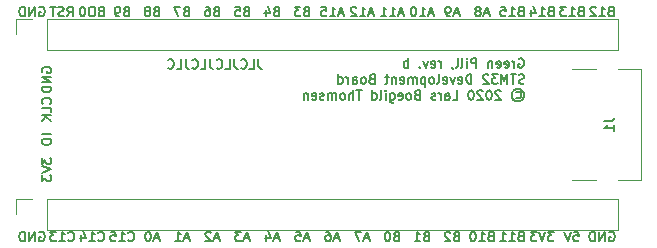
<source format=gbr>
%TF.GenerationSoftware,KiCad,Pcbnew,5.1.6+dfsg1-1*%
%TF.CreationDate,2020-08-25T14:06:05+08:00*%
%TF.ProjectId,gp,67702e6b-6963-4616-945f-706362585858,b*%
%TF.SameCoordinates,Original*%
%TF.FileFunction,Legend,Bot*%
%TF.FilePolarity,Positive*%
%FSLAX46Y46*%
G04 Gerber Fmt 4.6, Leading zero omitted, Abs format (unit mm)*
G04 Created by KiCad (PCBNEW 5.1.6+dfsg1-1) date 2020-08-25 14:06:05*
%MOMM*%
%LPD*%
G01*
G04 APERTURE LIST*
%ADD10C,0.150000*%
%ADD11C,0.120000*%
G04 APERTURE END LIST*
D10*
X154501904Y-104419523D02*
X154501904Y-104914761D01*
X154806666Y-104648095D01*
X154806666Y-104762380D01*
X154844761Y-104838571D01*
X154882857Y-104876666D01*
X154959047Y-104914761D01*
X155149523Y-104914761D01*
X155225714Y-104876666D01*
X155263809Y-104838571D01*
X155301904Y-104762380D01*
X155301904Y-104533809D01*
X155263809Y-104457619D01*
X155225714Y-104419523D01*
X154501904Y-105143333D02*
X155301904Y-105410000D01*
X154501904Y-105676666D01*
X154501904Y-105867142D02*
X154501904Y-106362380D01*
X154806666Y-106095714D01*
X154806666Y-106210000D01*
X154844761Y-106286190D01*
X154882857Y-106324285D01*
X154959047Y-106362380D01*
X155149523Y-106362380D01*
X155225714Y-106324285D01*
X155263809Y-106286190D01*
X155301904Y-106210000D01*
X155301904Y-105981428D01*
X155263809Y-105905238D01*
X155225714Y-105867142D01*
X155301904Y-102450952D02*
X154501904Y-102450952D01*
X154501904Y-102984285D02*
X154501904Y-103136666D01*
X154540000Y-103212857D01*
X154616190Y-103289047D01*
X154768571Y-103327142D01*
X155035238Y-103327142D01*
X155187619Y-103289047D01*
X155263809Y-103212857D01*
X155301904Y-103136666D01*
X155301904Y-102984285D01*
X155263809Y-102908095D01*
X155187619Y-102831904D01*
X155035238Y-102793809D01*
X154768571Y-102793809D01*
X154616190Y-102831904D01*
X154540000Y-102908095D01*
X154501904Y-102984285D01*
X155225714Y-99853809D02*
X155263809Y-99815714D01*
X155301904Y-99701428D01*
X155301904Y-99625238D01*
X155263809Y-99510952D01*
X155187619Y-99434761D01*
X155111428Y-99396666D01*
X154959047Y-99358571D01*
X154844761Y-99358571D01*
X154692380Y-99396666D01*
X154616190Y-99434761D01*
X154540000Y-99510952D01*
X154501904Y-99625238D01*
X154501904Y-99701428D01*
X154540000Y-99815714D01*
X154578095Y-99853809D01*
X155301904Y-100577619D02*
X155301904Y-100196666D01*
X154501904Y-100196666D01*
X155301904Y-100844285D02*
X154501904Y-100844285D01*
X155301904Y-101301428D02*
X154844761Y-100958571D01*
X154501904Y-101301428D02*
X154959047Y-100844285D01*
X154540000Y-97180476D02*
X154501904Y-97104285D01*
X154501904Y-96990000D01*
X154540000Y-96875714D01*
X154616190Y-96799523D01*
X154692380Y-96761428D01*
X154844761Y-96723333D01*
X154959047Y-96723333D01*
X155111428Y-96761428D01*
X155187619Y-96799523D01*
X155263809Y-96875714D01*
X155301904Y-96990000D01*
X155301904Y-97066190D01*
X155263809Y-97180476D01*
X155225714Y-97218571D01*
X154959047Y-97218571D01*
X154959047Y-97066190D01*
X155301904Y-97561428D02*
X154501904Y-97561428D01*
X155301904Y-98018571D01*
X154501904Y-98018571D01*
X155301904Y-98399523D02*
X154501904Y-98399523D01*
X154501904Y-98590000D01*
X154540000Y-98704285D01*
X154616190Y-98780476D01*
X154692380Y-98818571D01*
X154844761Y-98856666D01*
X154959047Y-98856666D01*
X155111428Y-98818571D01*
X155187619Y-98780476D01*
X155263809Y-98704285D01*
X155301904Y-98590000D01*
X155301904Y-98399523D01*
X172838452Y-96081904D02*
X172838452Y-96653333D01*
X172876547Y-96767619D01*
X172952738Y-96843809D01*
X173067023Y-96881904D01*
X173143214Y-96881904D01*
X172076547Y-96881904D02*
X172457500Y-96881904D01*
X172457500Y-96081904D01*
X171352738Y-96805714D02*
X171390833Y-96843809D01*
X171505119Y-96881904D01*
X171581309Y-96881904D01*
X171695595Y-96843809D01*
X171771785Y-96767619D01*
X171809880Y-96691428D01*
X171847976Y-96539047D01*
X171847976Y-96424761D01*
X171809880Y-96272380D01*
X171771785Y-96196190D01*
X171695595Y-96120000D01*
X171581309Y-96081904D01*
X171505119Y-96081904D01*
X171390833Y-96120000D01*
X171352738Y-96158095D01*
X170781309Y-96081904D02*
X170781309Y-96653333D01*
X170819404Y-96767619D01*
X170895595Y-96843809D01*
X171009880Y-96881904D01*
X171086071Y-96881904D01*
X170019404Y-96881904D02*
X170400357Y-96881904D01*
X170400357Y-96081904D01*
X169295595Y-96805714D02*
X169333690Y-96843809D01*
X169447976Y-96881904D01*
X169524166Y-96881904D01*
X169638452Y-96843809D01*
X169714642Y-96767619D01*
X169752738Y-96691428D01*
X169790833Y-96539047D01*
X169790833Y-96424761D01*
X169752738Y-96272380D01*
X169714642Y-96196190D01*
X169638452Y-96120000D01*
X169524166Y-96081904D01*
X169447976Y-96081904D01*
X169333690Y-96120000D01*
X169295595Y-96158095D01*
X168724166Y-96081904D02*
X168724166Y-96653333D01*
X168762261Y-96767619D01*
X168838452Y-96843809D01*
X168952738Y-96881904D01*
X169028928Y-96881904D01*
X167962261Y-96881904D02*
X168343214Y-96881904D01*
X168343214Y-96081904D01*
X167238452Y-96805714D02*
X167276547Y-96843809D01*
X167390833Y-96881904D01*
X167467023Y-96881904D01*
X167581309Y-96843809D01*
X167657500Y-96767619D01*
X167695595Y-96691428D01*
X167733690Y-96539047D01*
X167733690Y-96424761D01*
X167695595Y-96272380D01*
X167657500Y-96196190D01*
X167581309Y-96120000D01*
X167467023Y-96081904D01*
X167390833Y-96081904D01*
X167276547Y-96120000D01*
X167238452Y-96158095D01*
X166667023Y-96081904D02*
X166667023Y-96653333D01*
X166705119Y-96767619D01*
X166781309Y-96843809D01*
X166895595Y-96881904D01*
X166971785Y-96881904D01*
X165905119Y-96881904D02*
X166286071Y-96881904D01*
X166286071Y-96081904D01*
X165181309Y-96805714D02*
X165219404Y-96843809D01*
X165333690Y-96881904D01*
X165409880Y-96881904D01*
X165524166Y-96843809D01*
X165600357Y-96767619D01*
X165638452Y-96691428D01*
X165676547Y-96539047D01*
X165676547Y-96424761D01*
X165638452Y-96272380D01*
X165600357Y-96196190D01*
X165524166Y-96120000D01*
X165409880Y-96081904D01*
X165333690Y-96081904D01*
X165219404Y-96120000D01*
X165181309Y-96158095D01*
X154279523Y-110725000D02*
X154355714Y-110686904D01*
X154470000Y-110686904D01*
X154584285Y-110725000D01*
X154660476Y-110801190D01*
X154698571Y-110877380D01*
X154736666Y-111029761D01*
X154736666Y-111144047D01*
X154698571Y-111296428D01*
X154660476Y-111372619D01*
X154584285Y-111448809D01*
X154470000Y-111486904D01*
X154393809Y-111486904D01*
X154279523Y-111448809D01*
X154241428Y-111410714D01*
X154241428Y-111144047D01*
X154393809Y-111144047D01*
X153898571Y-111486904D02*
X153898571Y-110686904D01*
X153441428Y-111486904D01*
X153441428Y-110686904D01*
X153060476Y-111486904D02*
X153060476Y-110686904D01*
X152870000Y-110686904D01*
X152755714Y-110725000D01*
X152679523Y-110801190D01*
X152641428Y-110877380D01*
X152603333Y-111029761D01*
X152603333Y-111144047D01*
X152641428Y-111296428D01*
X152679523Y-111372619D01*
X152755714Y-111448809D01*
X152870000Y-111486904D01*
X153060476Y-111486904D01*
X156724285Y-111410714D02*
X156762380Y-111448809D01*
X156876666Y-111486904D01*
X156952857Y-111486904D01*
X157067142Y-111448809D01*
X157143333Y-111372619D01*
X157181428Y-111296428D01*
X157219523Y-111144047D01*
X157219523Y-111029761D01*
X157181428Y-110877380D01*
X157143333Y-110801190D01*
X157067142Y-110725000D01*
X156952857Y-110686904D01*
X156876666Y-110686904D01*
X156762380Y-110725000D01*
X156724285Y-110763095D01*
X155962380Y-111486904D02*
X156419523Y-111486904D01*
X156190952Y-111486904D02*
X156190952Y-110686904D01*
X156267142Y-110801190D01*
X156343333Y-110877380D01*
X156419523Y-110915476D01*
X155695714Y-110686904D02*
X155200476Y-110686904D01*
X155467142Y-110991666D01*
X155352857Y-110991666D01*
X155276666Y-111029761D01*
X155238571Y-111067857D01*
X155200476Y-111144047D01*
X155200476Y-111334523D01*
X155238571Y-111410714D01*
X155276666Y-111448809D01*
X155352857Y-111486904D01*
X155581428Y-111486904D01*
X155657619Y-111448809D01*
X155695714Y-111410714D01*
X159264285Y-111410714D02*
X159302380Y-111448809D01*
X159416666Y-111486904D01*
X159492857Y-111486904D01*
X159607142Y-111448809D01*
X159683333Y-111372619D01*
X159721428Y-111296428D01*
X159759523Y-111144047D01*
X159759523Y-111029761D01*
X159721428Y-110877380D01*
X159683333Y-110801190D01*
X159607142Y-110725000D01*
X159492857Y-110686904D01*
X159416666Y-110686904D01*
X159302380Y-110725000D01*
X159264285Y-110763095D01*
X158502380Y-111486904D02*
X158959523Y-111486904D01*
X158730952Y-111486904D02*
X158730952Y-110686904D01*
X158807142Y-110801190D01*
X158883333Y-110877380D01*
X158959523Y-110915476D01*
X157816666Y-110953571D02*
X157816666Y-111486904D01*
X158007142Y-110648809D02*
X158197619Y-111220238D01*
X157702380Y-111220238D01*
X161804285Y-111410714D02*
X161842380Y-111448809D01*
X161956666Y-111486904D01*
X162032857Y-111486904D01*
X162147142Y-111448809D01*
X162223333Y-111372619D01*
X162261428Y-111296428D01*
X162299523Y-111144047D01*
X162299523Y-111029761D01*
X162261428Y-110877380D01*
X162223333Y-110801190D01*
X162147142Y-110725000D01*
X162032857Y-110686904D01*
X161956666Y-110686904D01*
X161842380Y-110725000D01*
X161804285Y-110763095D01*
X161042380Y-111486904D02*
X161499523Y-111486904D01*
X161270952Y-111486904D02*
X161270952Y-110686904D01*
X161347142Y-110801190D01*
X161423333Y-110877380D01*
X161499523Y-110915476D01*
X160318571Y-110686904D02*
X160699523Y-110686904D01*
X160737619Y-111067857D01*
X160699523Y-111029761D01*
X160623333Y-110991666D01*
X160432857Y-110991666D01*
X160356666Y-111029761D01*
X160318571Y-111067857D01*
X160280476Y-111144047D01*
X160280476Y-111334523D01*
X160318571Y-111410714D01*
X160356666Y-111448809D01*
X160432857Y-111486904D01*
X160623333Y-111486904D01*
X160699523Y-111448809D01*
X160737619Y-111410714D01*
X164401428Y-111258333D02*
X164020476Y-111258333D01*
X164477619Y-111486904D02*
X164210952Y-110686904D01*
X163944285Y-111486904D01*
X163525238Y-110686904D02*
X163449047Y-110686904D01*
X163372857Y-110725000D01*
X163334761Y-110763095D01*
X163296666Y-110839285D01*
X163258571Y-110991666D01*
X163258571Y-111182142D01*
X163296666Y-111334523D01*
X163334761Y-111410714D01*
X163372857Y-111448809D01*
X163449047Y-111486904D01*
X163525238Y-111486904D01*
X163601428Y-111448809D01*
X163639523Y-111410714D01*
X163677619Y-111334523D01*
X163715714Y-111182142D01*
X163715714Y-110991666D01*
X163677619Y-110839285D01*
X163639523Y-110763095D01*
X163601428Y-110725000D01*
X163525238Y-110686904D01*
X166941428Y-111258333D02*
X166560476Y-111258333D01*
X167017619Y-111486904D02*
X166750952Y-110686904D01*
X166484285Y-111486904D01*
X165798571Y-111486904D02*
X166255714Y-111486904D01*
X166027142Y-111486904D02*
X166027142Y-110686904D01*
X166103333Y-110801190D01*
X166179523Y-110877380D01*
X166255714Y-110915476D01*
X169481428Y-111258333D02*
X169100476Y-111258333D01*
X169557619Y-111486904D02*
X169290952Y-110686904D01*
X169024285Y-111486904D01*
X168795714Y-110763095D02*
X168757619Y-110725000D01*
X168681428Y-110686904D01*
X168490952Y-110686904D01*
X168414761Y-110725000D01*
X168376666Y-110763095D01*
X168338571Y-110839285D01*
X168338571Y-110915476D01*
X168376666Y-111029761D01*
X168833809Y-111486904D01*
X168338571Y-111486904D01*
X172021428Y-111258333D02*
X171640476Y-111258333D01*
X172097619Y-111486904D02*
X171830952Y-110686904D01*
X171564285Y-111486904D01*
X171373809Y-110686904D02*
X170878571Y-110686904D01*
X171145238Y-110991666D01*
X171030952Y-110991666D01*
X170954761Y-111029761D01*
X170916666Y-111067857D01*
X170878571Y-111144047D01*
X170878571Y-111334523D01*
X170916666Y-111410714D01*
X170954761Y-111448809D01*
X171030952Y-111486904D01*
X171259523Y-111486904D01*
X171335714Y-111448809D01*
X171373809Y-111410714D01*
X174561428Y-111258333D02*
X174180476Y-111258333D01*
X174637619Y-111486904D02*
X174370952Y-110686904D01*
X174104285Y-111486904D01*
X173494761Y-110953571D02*
X173494761Y-111486904D01*
X173685238Y-110648809D02*
X173875714Y-111220238D01*
X173380476Y-111220238D01*
X177101428Y-111258333D02*
X176720476Y-111258333D01*
X177177619Y-111486904D02*
X176910952Y-110686904D01*
X176644285Y-111486904D01*
X175996666Y-110686904D02*
X176377619Y-110686904D01*
X176415714Y-111067857D01*
X176377619Y-111029761D01*
X176301428Y-110991666D01*
X176110952Y-110991666D01*
X176034761Y-111029761D01*
X175996666Y-111067857D01*
X175958571Y-111144047D01*
X175958571Y-111334523D01*
X175996666Y-111410714D01*
X176034761Y-111448809D01*
X176110952Y-111486904D01*
X176301428Y-111486904D01*
X176377619Y-111448809D01*
X176415714Y-111410714D01*
X179641428Y-111258333D02*
X179260476Y-111258333D01*
X179717619Y-111486904D02*
X179450952Y-110686904D01*
X179184285Y-111486904D01*
X178574761Y-110686904D02*
X178727142Y-110686904D01*
X178803333Y-110725000D01*
X178841428Y-110763095D01*
X178917619Y-110877380D01*
X178955714Y-111029761D01*
X178955714Y-111334523D01*
X178917619Y-111410714D01*
X178879523Y-111448809D01*
X178803333Y-111486904D01*
X178650952Y-111486904D01*
X178574761Y-111448809D01*
X178536666Y-111410714D01*
X178498571Y-111334523D01*
X178498571Y-111144047D01*
X178536666Y-111067857D01*
X178574761Y-111029761D01*
X178650952Y-110991666D01*
X178803333Y-110991666D01*
X178879523Y-111029761D01*
X178917619Y-111067857D01*
X178955714Y-111144047D01*
X182181428Y-111258333D02*
X181800476Y-111258333D01*
X182257619Y-111486904D02*
X181990952Y-110686904D01*
X181724285Y-111486904D01*
X181533809Y-110686904D02*
X181000476Y-110686904D01*
X181343333Y-111486904D01*
X184473809Y-111067857D02*
X184359523Y-111105952D01*
X184321428Y-111144047D01*
X184283333Y-111220238D01*
X184283333Y-111334523D01*
X184321428Y-111410714D01*
X184359523Y-111448809D01*
X184435714Y-111486904D01*
X184740476Y-111486904D01*
X184740476Y-110686904D01*
X184473809Y-110686904D01*
X184397619Y-110725000D01*
X184359523Y-110763095D01*
X184321428Y-110839285D01*
X184321428Y-110915476D01*
X184359523Y-110991666D01*
X184397619Y-111029761D01*
X184473809Y-111067857D01*
X184740476Y-111067857D01*
X183788095Y-110686904D02*
X183711904Y-110686904D01*
X183635714Y-110725000D01*
X183597619Y-110763095D01*
X183559523Y-110839285D01*
X183521428Y-110991666D01*
X183521428Y-111182142D01*
X183559523Y-111334523D01*
X183597619Y-111410714D01*
X183635714Y-111448809D01*
X183711904Y-111486904D01*
X183788095Y-111486904D01*
X183864285Y-111448809D01*
X183902380Y-111410714D01*
X183940476Y-111334523D01*
X183978571Y-111182142D01*
X183978571Y-110991666D01*
X183940476Y-110839285D01*
X183902380Y-110763095D01*
X183864285Y-110725000D01*
X183788095Y-110686904D01*
X187013809Y-111067857D02*
X186899523Y-111105952D01*
X186861428Y-111144047D01*
X186823333Y-111220238D01*
X186823333Y-111334523D01*
X186861428Y-111410714D01*
X186899523Y-111448809D01*
X186975714Y-111486904D01*
X187280476Y-111486904D01*
X187280476Y-110686904D01*
X187013809Y-110686904D01*
X186937619Y-110725000D01*
X186899523Y-110763095D01*
X186861428Y-110839285D01*
X186861428Y-110915476D01*
X186899523Y-110991666D01*
X186937619Y-111029761D01*
X187013809Y-111067857D01*
X187280476Y-111067857D01*
X186061428Y-111486904D02*
X186518571Y-111486904D01*
X186290000Y-111486904D02*
X186290000Y-110686904D01*
X186366190Y-110801190D01*
X186442380Y-110877380D01*
X186518571Y-110915476D01*
X189553809Y-111067857D02*
X189439523Y-111105952D01*
X189401428Y-111144047D01*
X189363333Y-111220238D01*
X189363333Y-111334523D01*
X189401428Y-111410714D01*
X189439523Y-111448809D01*
X189515714Y-111486904D01*
X189820476Y-111486904D01*
X189820476Y-110686904D01*
X189553809Y-110686904D01*
X189477619Y-110725000D01*
X189439523Y-110763095D01*
X189401428Y-110839285D01*
X189401428Y-110915476D01*
X189439523Y-110991666D01*
X189477619Y-111029761D01*
X189553809Y-111067857D01*
X189820476Y-111067857D01*
X189058571Y-110763095D02*
X189020476Y-110725000D01*
X188944285Y-110686904D01*
X188753809Y-110686904D01*
X188677619Y-110725000D01*
X188639523Y-110763095D01*
X188601428Y-110839285D01*
X188601428Y-110915476D01*
X188639523Y-111029761D01*
X189096666Y-111486904D01*
X188601428Y-111486904D01*
X192474761Y-111067857D02*
X192360476Y-111105952D01*
X192322380Y-111144047D01*
X192284285Y-111220238D01*
X192284285Y-111334523D01*
X192322380Y-111410714D01*
X192360476Y-111448809D01*
X192436666Y-111486904D01*
X192741428Y-111486904D01*
X192741428Y-110686904D01*
X192474761Y-110686904D01*
X192398571Y-110725000D01*
X192360476Y-110763095D01*
X192322380Y-110839285D01*
X192322380Y-110915476D01*
X192360476Y-110991666D01*
X192398571Y-111029761D01*
X192474761Y-111067857D01*
X192741428Y-111067857D01*
X191522380Y-111486904D02*
X191979523Y-111486904D01*
X191750952Y-111486904D02*
X191750952Y-110686904D01*
X191827142Y-110801190D01*
X191903333Y-110877380D01*
X191979523Y-110915476D01*
X191027142Y-110686904D02*
X190950952Y-110686904D01*
X190874761Y-110725000D01*
X190836666Y-110763095D01*
X190798571Y-110839285D01*
X190760476Y-110991666D01*
X190760476Y-111182142D01*
X190798571Y-111334523D01*
X190836666Y-111410714D01*
X190874761Y-111448809D01*
X190950952Y-111486904D01*
X191027142Y-111486904D01*
X191103333Y-111448809D01*
X191141428Y-111410714D01*
X191179523Y-111334523D01*
X191217619Y-111182142D01*
X191217619Y-110991666D01*
X191179523Y-110839285D01*
X191141428Y-110763095D01*
X191103333Y-110725000D01*
X191027142Y-110686904D01*
X195014761Y-111067857D02*
X194900476Y-111105952D01*
X194862380Y-111144047D01*
X194824285Y-111220238D01*
X194824285Y-111334523D01*
X194862380Y-111410714D01*
X194900476Y-111448809D01*
X194976666Y-111486904D01*
X195281428Y-111486904D01*
X195281428Y-110686904D01*
X195014761Y-110686904D01*
X194938571Y-110725000D01*
X194900476Y-110763095D01*
X194862380Y-110839285D01*
X194862380Y-110915476D01*
X194900476Y-110991666D01*
X194938571Y-111029761D01*
X195014761Y-111067857D01*
X195281428Y-111067857D01*
X194062380Y-111486904D02*
X194519523Y-111486904D01*
X194290952Y-111486904D02*
X194290952Y-110686904D01*
X194367142Y-110801190D01*
X194443333Y-110877380D01*
X194519523Y-110915476D01*
X193300476Y-111486904D02*
X193757619Y-111486904D01*
X193529047Y-111486904D02*
X193529047Y-110686904D01*
X193605238Y-110801190D01*
X193681428Y-110877380D01*
X193757619Y-110915476D01*
X197840476Y-110686904D02*
X197345238Y-110686904D01*
X197611904Y-110991666D01*
X197497619Y-110991666D01*
X197421428Y-111029761D01*
X197383333Y-111067857D01*
X197345238Y-111144047D01*
X197345238Y-111334523D01*
X197383333Y-111410714D01*
X197421428Y-111448809D01*
X197497619Y-111486904D01*
X197726190Y-111486904D01*
X197802380Y-111448809D01*
X197840476Y-111410714D01*
X197116666Y-110686904D02*
X196850000Y-111486904D01*
X196583333Y-110686904D01*
X196392857Y-110686904D02*
X195897619Y-110686904D01*
X196164285Y-110991666D01*
X196050000Y-110991666D01*
X195973809Y-111029761D01*
X195935714Y-111067857D01*
X195897619Y-111144047D01*
X195897619Y-111334523D01*
X195935714Y-111410714D01*
X195973809Y-111448809D01*
X196050000Y-111486904D01*
X196278571Y-111486904D01*
X196354761Y-111448809D01*
X196392857Y-111410714D01*
X199542380Y-110686904D02*
X199923333Y-110686904D01*
X199961428Y-111067857D01*
X199923333Y-111029761D01*
X199847142Y-110991666D01*
X199656666Y-110991666D01*
X199580476Y-111029761D01*
X199542380Y-111067857D01*
X199504285Y-111144047D01*
X199504285Y-111334523D01*
X199542380Y-111410714D01*
X199580476Y-111448809D01*
X199656666Y-111486904D01*
X199847142Y-111486904D01*
X199923333Y-111448809D01*
X199961428Y-111410714D01*
X199275714Y-110686904D02*
X199009047Y-111486904D01*
X198742380Y-110686904D01*
X202539523Y-110725000D02*
X202615714Y-110686904D01*
X202730000Y-110686904D01*
X202844285Y-110725000D01*
X202920476Y-110801190D01*
X202958571Y-110877380D01*
X202996666Y-111029761D01*
X202996666Y-111144047D01*
X202958571Y-111296428D01*
X202920476Y-111372619D01*
X202844285Y-111448809D01*
X202730000Y-111486904D01*
X202653809Y-111486904D01*
X202539523Y-111448809D01*
X202501428Y-111410714D01*
X202501428Y-111144047D01*
X202653809Y-111144047D01*
X202158571Y-111486904D02*
X202158571Y-110686904D01*
X201701428Y-111486904D01*
X201701428Y-110686904D01*
X201320476Y-111486904D02*
X201320476Y-110686904D01*
X201130000Y-110686904D01*
X201015714Y-110725000D01*
X200939523Y-110801190D01*
X200901428Y-110877380D01*
X200863333Y-111029761D01*
X200863333Y-111144047D01*
X200901428Y-111296428D01*
X200939523Y-111372619D01*
X201015714Y-111448809D01*
X201130000Y-111486904D01*
X201320476Y-111486904D01*
X154279523Y-91675000D02*
X154355714Y-91636904D01*
X154470000Y-91636904D01*
X154584285Y-91675000D01*
X154660476Y-91751190D01*
X154698571Y-91827380D01*
X154736666Y-91979761D01*
X154736666Y-92094047D01*
X154698571Y-92246428D01*
X154660476Y-92322619D01*
X154584285Y-92398809D01*
X154470000Y-92436904D01*
X154393809Y-92436904D01*
X154279523Y-92398809D01*
X154241428Y-92360714D01*
X154241428Y-92094047D01*
X154393809Y-92094047D01*
X153898571Y-92436904D02*
X153898571Y-91636904D01*
X153441428Y-92436904D01*
X153441428Y-91636904D01*
X153060476Y-92436904D02*
X153060476Y-91636904D01*
X152870000Y-91636904D01*
X152755714Y-91675000D01*
X152679523Y-91751190D01*
X152641428Y-91827380D01*
X152603333Y-91979761D01*
X152603333Y-92094047D01*
X152641428Y-92246428D01*
X152679523Y-92322619D01*
X152755714Y-92398809D01*
X152870000Y-92436904D01*
X153060476Y-92436904D01*
X156648095Y-92436904D02*
X156914761Y-92055952D01*
X157105238Y-92436904D02*
X157105238Y-91636904D01*
X156800476Y-91636904D01*
X156724285Y-91675000D01*
X156686190Y-91713095D01*
X156648095Y-91789285D01*
X156648095Y-91903571D01*
X156686190Y-91979761D01*
X156724285Y-92017857D01*
X156800476Y-92055952D01*
X157105238Y-92055952D01*
X156343333Y-92398809D02*
X156229047Y-92436904D01*
X156038571Y-92436904D01*
X155962380Y-92398809D01*
X155924285Y-92360714D01*
X155886190Y-92284523D01*
X155886190Y-92208333D01*
X155924285Y-92132142D01*
X155962380Y-92094047D01*
X156038571Y-92055952D01*
X156190952Y-92017857D01*
X156267142Y-91979761D01*
X156305238Y-91941666D01*
X156343333Y-91865476D01*
X156343333Y-91789285D01*
X156305238Y-91713095D01*
X156267142Y-91675000D01*
X156190952Y-91636904D01*
X156000476Y-91636904D01*
X155886190Y-91675000D01*
X155657619Y-91636904D02*
X155200476Y-91636904D01*
X155429047Y-92436904D02*
X155429047Y-91636904D01*
X159492857Y-92017857D02*
X159378571Y-92055952D01*
X159340476Y-92094047D01*
X159302380Y-92170238D01*
X159302380Y-92284523D01*
X159340476Y-92360714D01*
X159378571Y-92398809D01*
X159454761Y-92436904D01*
X159759523Y-92436904D01*
X159759523Y-91636904D01*
X159492857Y-91636904D01*
X159416666Y-91675000D01*
X159378571Y-91713095D01*
X159340476Y-91789285D01*
X159340476Y-91865476D01*
X159378571Y-91941666D01*
X159416666Y-91979761D01*
X159492857Y-92017857D01*
X159759523Y-92017857D01*
X158807142Y-91636904D02*
X158654761Y-91636904D01*
X158578571Y-91675000D01*
X158502380Y-91751190D01*
X158464285Y-91903571D01*
X158464285Y-92170238D01*
X158502380Y-92322619D01*
X158578571Y-92398809D01*
X158654761Y-92436904D01*
X158807142Y-92436904D01*
X158883333Y-92398809D01*
X158959523Y-92322619D01*
X158997619Y-92170238D01*
X158997619Y-91903571D01*
X158959523Y-91751190D01*
X158883333Y-91675000D01*
X158807142Y-91636904D01*
X157969047Y-91636904D02*
X157892857Y-91636904D01*
X157816666Y-91675000D01*
X157778571Y-91713095D01*
X157740476Y-91789285D01*
X157702380Y-91941666D01*
X157702380Y-92132142D01*
X157740476Y-92284523D01*
X157778571Y-92360714D01*
X157816666Y-92398809D01*
X157892857Y-92436904D01*
X157969047Y-92436904D01*
X158045238Y-92398809D01*
X158083333Y-92360714D01*
X158121428Y-92284523D01*
X158159523Y-92132142D01*
X158159523Y-91941666D01*
X158121428Y-91789285D01*
X158083333Y-91713095D01*
X158045238Y-91675000D01*
X157969047Y-91636904D01*
X161613809Y-92017857D02*
X161499523Y-92055952D01*
X161461428Y-92094047D01*
X161423333Y-92170238D01*
X161423333Y-92284523D01*
X161461428Y-92360714D01*
X161499523Y-92398809D01*
X161575714Y-92436904D01*
X161880476Y-92436904D01*
X161880476Y-91636904D01*
X161613809Y-91636904D01*
X161537619Y-91675000D01*
X161499523Y-91713095D01*
X161461428Y-91789285D01*
X161461428Y-91865476D01*
X161499523Y-91941666D01*
X161537619Y-91979761D01*
X161613809Y-92017857D01*
X161880476Y-92017857D01*
X161042380Y-92436904D02*
X160890000Y-92436904D01*
X160813809Y-92398809D01*
X160775714Y-92360714D01*
X160699523Y-92246428D01*
X160661428Y-92094047D01*
X160661428Y-91789285D01*
X160699523Y-91713095D01*
X160737619Y-91675000D01*
X160813809Y-91636904D01*
X160966190Y-91636904D01*
X161042380Y-91675000D01*
X161080476Y-91713095D01*
X161118571Y-91789285D01*
X161118571Y-91979761D01*
X161080476Y-92055952D01*
X161042380Y-92094047D01*
X160966190Y-92132142D01*
X160813809Y-92132142D01*
X160737619Y-92094047D01*
X160699523Y-92055952D01*
X160661428Y-91979761D01*
X164153809Y-92017857D02*
X164039523Y-92055952D01*
X164001428Y-92094047D01*
X163963333Y-92170238D01*
X163963333Y-92284523D01*
X164001428Y-92360714D01*
X164039523Y-92398809D01*
X164115714Y-92436904D01*
X164420476Y-92436904D01*
X164420476Y-91636904D01*
X164153809Y-91636904D01*
X164077619Y-91675000D01*
X164039523Y-91713095D01*
X164001428Y-91789285D01*
X164001428Y-91865476D01*
X164039523Y-91941666D01*
X164077619Y-91979761D01*
X164153809Y-92017857D01*
X164420476Y-92017857D01*
X163506190Y-91979761D02*
X163582380Y-91941666D01*
X163620476Y-91903571D01*
X163658571Y-91827380D01*
X163658571Y-91789285D01*
X163620476Y-91713095D01*
X163582380Y-91675000D01*
X163506190Y-91636904D01*
X163353809Y-91636904D01*
X163277619Y-91675000D01*
X163239523Y-91713095D01*
X163201428Y-91789285D01*
X163201428Y-91827380D01*
X163239523Y-91903571D01*
X163277619Y-91941666D01*
X163353809Y-91979761D01*
X163506190Y-91979761D01*
X163582380Y-92017857D01*
X163620476Y-92055952D01*
X163658571Y-92132142D01*
X163658571Y-92284523D01*
X163620476Y-92360714D01*
X163582380Y-92398809D01*
X163506190Y-92436904D01*
X163353809Y-92436904D01*
X163277619Y-92398809D01*
X163239523Y-92360714D01*
X163201428Y-92284523D01*
X163201428Y-92132142D01*
X163239523Y-92055952D01*
X163277619Y-92017857D01*
X163353809Y-91979761D01*
X166693809Y-92017857D02*
X166579523Y-92055952D01*
X166541428Y-92094047D01*
X166503333Y-92170238D01*
X166503333Y-92284523D01*
X166541428Y-92360714D01*
X166579523Y-92398809D01*
X166655714Y-92436904D01*
X166960476Y-92436904D01*
X166960476Y-91636904D01*
X166693809Y-91636904D01*
X166617619Y-91675000D01*
X166579523Y-91713095D01*
X166541428Y-91789285D01*
X166541428Y-91865476D01*
X166579523Y-91941666D01*
X166617619Y-91979761D01*
X166693809Y-92017857D01*
X166960476Y-92017857D01*
X166236666Y-91636904D02*
X165703333Y-91636904D01*
X166046190Y-92436904D01*
X169233809Y-92017857D02*
X169119523Y-92055952D01*
X169081428Y-92094047D01*
X169043333Y-92170238D01*
X169043333Y-92284523D01*
X169081428Y-92360714D01*
X169119523Y-92398809D01*
X169195714Y-92436904D01*
X169500476Y-92436904D01*
X169500476Y-91636904D01*
X169233809Y-91636904D01*
X169157619Y-91675000D01*
X169119523Y-91713095D01*
X169081428Y-91789285D01*
X169081428Y-91865476D01*
X169119523Y-91941666D01*
X169157619Y-91979761D01*
X169233809Y-92017857D01*
X169500476Y-92017857D01*
X168357619Y-91636904D02*
X168510000Y-91636904D01*
X168586190Y-91675000D01*
X168624285Y-91713095D01*
X168700476Y-91827380D01*
X168738571Y-91979761D01*
X168738571Y-92284523D01*
X168700476Y-92360714D01*
X168662380Y-92398809D01*
X168586190Y-92436904D01*
X168433809Y-92436904D01*
X168357619Y-92398809D01*
X168319523Y-92360714D01*
X168281428Y-92284523D01*
X168281428Y-92094047D01*
X168319523Y-92017857D01*
X168357619Y-91979761D01*
X168433809Y-91941666D01*
X168586190Y-91941666D01*
X168662380Y-91979761D01*
X168700476Y-92017857D01*
X168738571Y-92094047D01*
X171773809Y-92017857D02*
X171659523Y-92055952D01*
X171621428Y-92094047D01*
X171583333Y-92170238D01*
X171583333Y-92284523D01*
X171621428Y-92360714D01*
X171659523Y-92398809D01*
X171735714Y-92436904D01*
X172040476Y-92436904D01*
X172040476Y-91636904D01*
X171773809Y-91636904D01*
X171697619Y-91675000D01*
X171659523Y-91713095D01*
X171621428Y-91789285D01*
X171621428Y-91865476D01*
X171659523Y-91941666D01*
X171697619Y-91979761D01*
X171773809Y-92017857D01*
X172040476Y-92017857D01*
X170859523Y-91636904D02*
X171240476Y-91636904D01*
X171278571Y-92017857D01*
X171240476Y-91979761D01*
X171164285Y-91941666D01*
X170973809Y-91941666D01*
X170897619Y-91979761D01*
X170859523Y-92017857D01*
X170821428Y-92094047D01*
X170821428Y-92284523D01*
X170859523Y-92360714D01*
X170897619Y-92398809D01*
X170973809Y-92436904D01*
X171164285Y-92436904D01*
X171240476Y-92398809D01*
X171278571Y-92360714D01*
X174313809Y-92017857D02*
X174199523Y-92055952D01*
X174161428Y-92094047D01*
X174123333Y-92170238D01*
X174123333Y-92284523D01*
X174161428Y-92360714D01*
X174199523Y-92398809D01*
X174275714Y-92436904D01*
X174580476Y-92436904D01*
X174580476Y-91636904D01*
X174313809Y-91636904D01*
X174237619Y-91675000D01*
X174199523Y-91713095D01*
X174161428Y-91789285D01*
X174161428Y-91865476D01*
X174199523Y-91941666D01*
X174237619Y-91979761D01*
X174313809Y-92017857D01*
X174580476Y-92017857D01*
X173437619Y-91903571D02*
X173437619Y-92436904D01*
X173628095Y-91598809D02*
X173818571Y-92170238D01*
X173323333Y-92170238D01*
X176853809Y-92017857D02*
X176739523Y-92055952D01*
X176701428Y-92094047D01*
X176663333Y-92170238D01*
X176663333Y-92284523D01*
X176701428Y-92360714D01*
X176739523Y-92398809D01*
X176815714Y-92436904D01*
X177120476Y-92436904D01*
X177120476Y-91636904D01*
X176853809Y-91636904D01*
X176777619Y-91675000D01*
X176739523Y-91713095D01*
X176701428Y-91789285D01*
X176701428Y-91865476D01*
X176739523Y-91941666D01*
X176777619Y-91979761D01*
X176853809Y-92017857D01*
X177120476Y-92017857D01*
X176396666Y-91636904D02*
X175901428Y-91636904D01*
X176168095Y-91941666D01*
X176053809Y-91941666D01*
X175977619Y-91979761D01*
X175939523Y-92017857D01*
X175901428Y-92094047D01*
X175901428Y-92284523D01*
X175939523Y-92360714D01*
X175977619Y-92398809D01*
X176053809Y-92436904D01*
X176282380Y-92436904D01*
X176358571Y-92398809D01*
X176396666Y-92360714D01*
X180022380Y-92208333D02*
X179641428Y-92208333D01*
X180098571Y-92436904D02*
X179831904Y-91636904D01*
X179565238Y-92436904D01*
X178879523Y-92436904D02*
X179336666Y-92436904D01*
X179108095Y-92436904D02*
X179108095Y-91636904D01*
X179184285Y-91751190D01*
X179260476Y-91827380D01*
X179336666Y-91865476D01*
X178155714Y-91636904D02*
X178536666Y-91636904D01*
X178574761Y-92017857D01*
X178536666Y-91979761D01*
X178460476Y-91941666D01*
X178270000Y-91941666D01*
X178193809Y-91979761D01*
X178155714Y-92017857D01*
X178117619Y-92094047D01*
X178117619Y-92284523D01*
X178155714Y-92360714D01*
X178193809Y-92398809D01*
X178270000Y-92436904D01*
X178460476Y-92436904D01*
X178536666Y-92398809D01*
X178574761Y-92360714D01*
X182562380Y-92208333D02*
X182181428Y-92208333D01*
X182638571Y-92436904D02*
X182371904Y-91636904D01*
X182105238Y-92436904D01*
X181419523Y-92436904D02*
X181876666Y-92436904D01*
X181648095Y-92436904D02*
X181648095Y-91636904D01*
X181724285Y-91751190D01*
X181800476Y-91827380D01*
X181876666Y-91865476D01*
X181114761Y-91713095D02*
X181076666Y-91675000D01*
X181000476Y-91636904D01*
X180810000Y-91636904D01*
X180733809Y-91675000D01*
X180695714Y-91713095D01*
X180657619Y-91789285D01*
X180657619Y-91865476D01*
X180695714Y-91979761D01*
X181152857Y-92436904D01*
X180657619Y-92436904D01*
X185102380Y-92208333D02*
X184721428Y-92208333D01*
X185178571Y-92436904D02*
X184911904Y-91636904D01*
X184645238Y-92436904D01*
X183959523Y-92436904D02*
X184416666Y-92436904D01*
X184188095Y-92436904D02*
X184188095Y-91636904D01*
X184264285Y-91751190D01*
X184340476Y-91827380D01*
X184416666Y-91865476D01*
X183197619Y-92436904D02*
X183654761Y-92436904D01*
X183426190Y-92436904D02*
X183426190Y-91636904D01*
X183502380Y-91751190D01*
X183578571Y-91827380D01*
X183654761Y-91865476D01*
X187642380Y-92208333D02*
X187261428Y-92208333D01*
X187718571Y-92436904D02*
X187451904Y-91636904D01*
X187185238Y-92436904D01*
X186499523Y-92436904D02*
X186956666Y-92436904D01*
X186728095Y-92436904D02*
X186728095Y-91636904D01*
X186804285Y-91751190D01*
X186880476Y-91827380D01*
X186956666Y-91865476D01*
X186004285Y-91636904D02*
X185928095Y-91636904D01*
X185851904Y-91675000D01*
X185813809Y-91713095D01*
X185775714Y-91789285D01*
X185737619Y-91941666D01*
X185737619Y-92132142D01*
X185775714Y-92284523D01*
X185813809Y-92360714D01*
X185851904Y-92398809D01*
X185928095Y-92436904D01*
X186004285Y-92436904D01*
X186080476Y-92398809D01*
X186118571Y-92360714D01*
X186156666Y-92284523D01*
X186194761Y-92132142D01*
X186194761Y-91941666D01*
X186156666Y-91789285D01*
X186118571Y-91713095D01*
X186080476Y-91675000D01*
X186004285Y-91636904D01*
X189801428Y-92208333D02*
X189420476Y-92208333D01*
X189877619Y-92436904D02*
X189610952Y-91636904D01*
X189344285Y-92436904D01*
X189039523Y-92436904D02*
X188887142Y-92436904D01*
X188810952Y-92398809D01*
X188772857Y-92360714D01*
X188696666Y-92246428D01*
X188658571Y-92094047D01*
X188658571Y-91789285D01*
X188696666Y-91713095D01*
X188734761Y-91675000D01*
X188810952Y-91636904D01*
X188963333Y-91636904D01*
X189039523Y-91675000D01*
X189077619Y-91713095D01*
X189115714Y-91789285D01*
X189115714Y-91979761D01*
X189077619Y-92055952D01*
X189039523Y-92094047D01*
X188963333Y-92132142D01*
X188810952Y-92132142D01*
X188734761Y-92094047D01*
X188696666Y-92055952D01*
X188658571Y-91979761D01*
X192341428Y-92208333D02*
X191960476Y-92208333D01*
X192417619Y-92436904D02*
X192150952Y-91636904D01*
X191884285Y-92436904D01*
X191503333Y-91979761D02*
X191579523Y-91941666D01*
X191617619Y-91903571D01*
X191655714Y-91827380D01*
X191655714Y-91789285D01*
X191617619Y-91713095D01*
X191579523Y-91675000D01*
X191503333Y-91636904D01*
X191350952Y-91636904D01*
X191274761Y-91675000D01*
X191236666Y-91713095D01*
X191198571Y-91789285D01*
X191198571Y-91827380D01*
X191236666Y-91903571D01*
X191274761Y-91941666D01*
X191350952Y-91979761D01*
X191503333Y-91979761D01*
X191579523Y-92017857D01*
X191617619Y-92055952D01*
X191655714Y-92132142D01*
X191655714Y-92284523D01*
X191617619Y-92360714D01*
X191579523Y-92398809D01*
X191503333Y-92436904D01*
X191350952Y-92436904D01*
X191274761Y-92398809D01*
X191236666Y-92360714D01*
X191198571Y-92284523D01*
X191198571Y-92132142D01*
X191236666Y-92055952D01*
X191274761Y-92017857D01*
X191350952Y-91979761D01*
X195014761Y-92017857D02*
X194900476Y-92055952D01*
X194862380Y-92094047D01*
X194824285Y-92170238D01*
X194824285Y-92284523D01*
X194862380Y-92360714D01*
X194900476Y-92398809D01*
X194976666Y-92436904D01*
X195281428Y-92436904D01*
X195281428Y-91636904D01*
X195014761Y-91636904D01*
X194938571Y-91675000D01*
X194900476Y-91713095D01*
X194862380Y-91789285D01*
X194862380Y-91865476D01*
X194900476Y-91941666D01*
X194938571Y-91979761D01*
X195014761Y-92017857D01*
X195281428Y-92017857D01*
X194062380Y-92436904D02*
X194519523Y-92436904D01*
X194290952Y-92436904D02*
X194290952Y-91636904D01*
X194367142Y-91751190D01*
X194443333Y-91827380D01*
X194519523Y-91865476D01*
X193338571Y-91636904D02*
X193719523Y-91636904D01*
X193757619Y-92017857D01*
X193719523Y-91979761D01*
X193643333Y-91941666D01*
X193452857Y-91941666D01*
X193376666Y-91979761D01*
X193338571Y-92017857D01*
X193300476Y-92094047D01*
X193300476Y-92284523D01*
X193338571Y-92360714D01*
X193376666Y-92398809D01*
X193452857Y-92436904D01*
X193643333Y-92436904D01*
X193719523Y-92398809D01*
X193757619Y-92360714D01*
X197554761Y-92017857D02*
X197440476Y-92055952D01*
X197402380Y-92094047D01*
X197364285Y-92170238D01*
X197364285Y-92284523D01*
X197402380Y-92360714D01*
X197440476Y-92398809D01*
X197516666Y-92436904D01*
X197821428Y-92436904D01*
X197821428Y-91636904D01*
X197554761Y-91636904D01*
X197478571Y-91675000D01*
X197440476Y-91713095D01*
X197402380Y-91789285D01*
X197402380Y-91865476D01*
X197440476Y-91941666D01*
X197478571Y-91979761D01*
X197554761Y-92017857D01*
X197821428Y-92017857D01*
X196602380Y-92436904D02*
X197059523Y-92436904D01*
X196830952Y-92436904D02*
X196830952Y-91636904D01*
X196907142Y-91751190D01*
X196983333Y-91827380D01*
X197059523Y-91865476D01*
X195916666Y-91903571D02*
X195916666Y-92436904D01*
X196107142Y-91598809D02*
X196297619Y-92170238D01*
X195802380Y-92170238D01*
X200094761Y-92017857D02*
X199980476Y-92055952D01*
X199942380Y-92094047D01*
X199904285Y-92170238D01*
X199904285Y-92284523D01*
X199942380Y-92360714D01*
X199980476Y-92398809D01*
X200056666Y-92436904D01*
X200361428Y-92436904D01*
X200361428Y-91636904D01*
X200094761Y-91636904D01*
X200018571Y-91675000D01*
X199980476Y-91713095D01*
X199942380Y-91789285D01*
X199942380Y-91865476D01*
X199980476Y-91941666D01*
X200018571Y-91979761D01*
X200094761Y-92017857D01*
X200361428Y-92017857D01*
X199142380Y-92436904D02*
X199599523Y-92436904D01*
X199370952Y-92436904D02*
X199370952Y-91636904D01*
X199447142Y-91751190D01*
X199523333Y-91827380D01*
X199599523Y-91865476D01*
X198875714Y-91636904D02*
X198380476Y-91636904D01*
X198647142Y-91941666D01*
X198532857Y-91941666D01*
X198456666Y-91979761D01*
X198418571Y-92017857D01*
X198380476Y-92094047D01*
X198380476Y-92284523D01*
X198418571Y-92360714D01*
X198456666Y-92398809D01*
X198532857Y-92436904D01*
X198761428Y-92436904D01*
X198837619Y-92398809D01*
X198875714Y-92360714D01*
X202634761Y-92017857D02*
X202520476Y-92055952D01*
X202482380Y-92094047D01*
X202444285Y-92170238D01*
X202444285Y-92284523D01*
X202482380Y-92360714D01*
X202520476Y-92398809D01*
X202596666Y-92436904D01*
X202901428Y-92436904D01*
X202901428Y-91636904D01*
X202634761Y-91636904D01*
X202558571Y-91675000D01*
X202520476Y-91713095D01*
X202482380Y-91789285D01*
X202482380Y-91865476D01*
X202520476Y-91941666D01*
X202558571Y-91979761D01*
X202634761Y-92017857D01*
X202901428Y-92017857D01*
X201682380Y-92436904D02*
X202139523Y-92436904D01*
X201910952Y-92436904D02*
X201910952Y-91636904D01*
X201987142Y-91751190D01*
X202063333Y-91827380D01*
X202139523Y-91865476D01*
X201377619Y-91713095D02*
X201339523Y-91675000D01*
X201263333Y-91636904D01*
X201072857Y-91636904D01*
X200996666Y-91675000D01*
X200958571Y-91713095D01*
X200920476Y-91789285D01*
X200920476Y-91865476D01*
X200958571Y-91979761D01*
X201415714Y-92436904D01*
X200920476Y-92436904D01*
X194872976Y-96040000D02*
X194949166Y-96001904D01*
X195063452Y-96001904D01*
X195177738Y-96040000D01*
X195253928Y-96116190D01*
X195292023Y-96192380D01*
X195330119Y-96344761D01*
X195330119Y-96459047D01*
X195292023Y-96611428D01*
X195253928Y-96687619D01*
X195177738Y-96763809D01*
X195063452Y-96801904D01*
X194987261Y-96801904D01*
X194872976Y-96763809D01*
X194834880Y-96725714D01*
X194834880Y-96459047D01*
X194987261Y-96459047D01*
X194492023Y-96801904D02*
X194492023Y-96268571D01*
X194492023Y-96420952D02*
X194453928Y-96344761D01*
X194415833Y-96306666D01*
X194339642Y-96268571D01*
X194263452Y-96268571D01*
X193692023Y-96763809D02*
X193768214Y-96801904D01*
X193920595Y-96801904D01*
X193996785Y-96763809D01*
X194034880Y-96687619D01*
X194034880Y-96382857D01*
X193996785Y-96306666D01*
X193920595Y-96268571D01*
X193768214Y-96268571D01*
X193692023Y-96306666D01*
X193653928Y-96382857D01*
X193653928Y-96459047D01*
X194034880Y-96535238D01*
X193006309Y-96763809D02*
X193082500Y-96801904D01*
X193234880Y-96801904D01*
X193311071Y-96763809D01*
X193349166Y-96687619D01*
X193349166Y-96382857D01*
X193311071Y-96306666D01*
X193234880Y-96268571D01*
X193082500Y-96268571D01*
X193006309Y-96306666D01*
X192968214Y-96382857D01*
X192968214Y-96459047D01*
X193349166Y-96535238D01*
X192625357Y-96268571D02*
X192625357Y-96801904D01*
X192625357Y-96344761D02*
X192587261Y-96306666D01*
X192511071Y-96268571D01*
X192396785Y-96268571D01*
X192320595Y-96306666D01*
X192282500Y-96382857D01*
X192282500Y-96801904D01*
X191292023Y-96801904D02*
X191292023Y-96001904D01*
X190987261Y-96001904D01*
X190911071Y-96040000D01*
X190872976Y-96078095D01*
X190834880Y-96154285D01*
X190834880Y-96268571D01*
X190872976Y-96344761D01*
X190911071Y-96382857D01*
X190987261Y-96420952D01*
X191292023Y-96420952D01*
X190492023Y-96801904D02*
X190492023Y-96268571D01*
X190492023Y-96001904D02*
X190530119Y-96040000D01*
X190492023Y-96078095D01*
X190453928Y-96040000D01*
X190492023Y-96001904D01*
X190492023Y-96078095D01*
X189996785Y-96801904D02*
X190072976Y-96763809D01*
X190111071Y-96687619D01*
X190111071Y-96001904D01*
X189577738Y-96801904D02*
X189653928Y-96763809D01*
X189692023Y-96687619D01*
X189692023Y-96001904D01*
X189234880Y-96763809D02*
X189234880Y-96801904D01*
X189272976Y-96878095D01*
X189311071Y-96916190D01*
X188282500Y-96801904D02*
X188282500Y-96268571D01*
X188282500Y-96420952D02*
X188244404Y-96344761D01*
X188206309Y-96306666D01*
X188130119Y-96268571D01*
X188053928Y-96268571D01*
X187482500Y-96763809D02*
X187558690Y-96801904D01*
X187711071Y-96801904D01*
X187787261Y-96763809D01*
X187825357Y-96687619D01*
X187825357Y-96382857D01*
X187787261Y-96306666D01*
X187711071Y-96268571D01*
X187558690Y-96268571D01*
X187482500Y-96306666D01*
X187444404Y-96382857D01*
X187444404Y-96459047D01*
X187825357Y-96535238D01*
X187177738Y-96268571D02*
X186987261Y-96801904D01*
X186796785Y-96268571D01*
X186492023Y-96725714D02*
X186453928Y-96763809D01*
X186492023Y-96801904D01*
X186530119Y-96763809D01*
X186492023Y-96725714D01*
X186492023Y-96801904D01*
X185501547Y-96801904D02*
X185501547Y-96001904D01*
X185501547Y-96306666D02*
X185425357Y-96268571D01*
X185272976Y-96268571D01*
X185196785Y-96306666D01*
X185158690Y-96344761D01*
X185120595Y-96420952D01*
X185120595Y-96649523D01*
X185158690Y-96725714D01*
X185196785Y-96763809D01*
X185272976Y-96801904D01*
X185425357Y-96801904D01*
X185501547Y-96763809D01*
X195330119Y-98113809D02*
X195215833Y-98151904D01*
X195025357Y-98151904D01*
X194949166Y-98113809D01*
X194911071Y-98075714D01*
X194872976Y-97999523D01*
X194872976Y-97923333D01*
X194911071Y-97847142D01*
X194949166Y-97809047D01*
X195025357Y-97770952D01*
X195177738Y-97732857D01*
X195253928Y-97694761D01*
X195292023Y-97656666D01*
X195330119Y-97580476D01*
X195330119Y-97504285D01*
X195292023Y-97428095D01*
X195253928Y-97390000D01*
X195177738Y-97351904D01*
X194987261Y-97351904D01*
X194872976Y-97390000D01*
X194644404Y-97351904D02*
X194187261Y-97351904D01*
X194415833Y-98151904D02*
X194415833Y-97351904D01*
X193920595Y-98151904D02*
X193920595Y-97351904D01*
X193653928Y-97923333D01*
X193387261Y-97351904D01*
X193387261Y-98151904D01*
X193082500Y-97351904D02*
X192587261Y-97351904D01*
X192853928Y-97656666D01*
X192739642Y-97656666D01*
X192663452Y-97694761D01*
X192625357Y-97732857D01*
X192587261Y-97809047D01*
X192587261Y-97999523D01*
X192625357Y-98075714D01*
X192663452Y-98113809D01*
X192739642Y-98151904D01*
X192968214Y-98151904D01*
X193044404Y-98113809D01*
X193082500Y-98075714D01*
X192282500Y-97428095D02*
X192244404Y-97390000D01*
X192168214Y-97351904D01*
X191977738Y-97351904D01*
X191901547Y-97390000D01*
X191863452Y-97428095D01*
X191825357Y-97504285D01*
X191825357Y-97580476D01*
X191863452Y-97694761D01*
X192320595Y-98151904D01*
X191825357Y-98151904D01*
X190872976Y-98151904D02*
X190872976Y-97351904D01*
X190682500Y-97351904D01*
X190568214Y-97390000D01*
X190492023Y-97466190D01*
X190453928Y-97542380D01*
X190415833Y-97694761D01*
X190415833Y-97809047D01*
X190453928Y-97961428D01*
X190492023Y-98037619D01*
X190568214Y-98113809D01*
X190682500Y-98151904D01*
X190872976Y-98151904D01*
X189768214Y-98113809D02*
X189844404Y-98151904D01*
X189996785Y-98151904D01*
X190072976Y-98113809D01*
X190111071Y-98037619D01*
X190111071Y-97732857D01*
X190072976Y-97656666D01*
X189996785Y-97618571D01*
X189844404Y-97618571D01*
X189768214Y-97656666D01*
X189730119Y-97732857D01*
X189730119Y-97809047D01*
X190111071Y-97885238D01*
X189463452Y-97618571D02*
X189272976Y-98151904D01*
X189082500Y-97618571D01*
X188472976Y-98113809D02*
X188549166Y-98151904D01*
X188701547Y-98151904D01*
X188777738Y-98113809D01*
X188815833Y-98037619D01*
X188815833Y-97732857D01*
X188777738Y-97656666D01*
X188701547Y-97618571D01*
X188549166Y-97618571D01*
X188472976Y-97656666D01*
X188434880Y-97732857D01*
X188434880Y-97809047D01*
X188815833Y-97885238D01*
X187977738Y-98151904D02*
X188053928Y-98113809D01*
X188092023Y-98037619D01*
X188092023Y-97351904D01*
X187558690Y-98151904D02*
X187634880Y-98113809D01*
X187672976Y-98075714D01*
X187711071Y-97999523D01*
X187711071Y-97770952D01*
X187672976Y-97694761D01*
X187634880Y-97656666D01*
X187558690Y-97618571D01*
X187444404Y-97618571D01*
X187368214Y-97656666D01*
X187330119Y-97694761D01*
X187292023Y-97770952D01*
X187292023Y-97999523D01*
X187330119Y-98075714D01*
X187368214Y-98113809D01*
X187444404Y-98151904D01*
X187558690Y-98151904D01*
X186949166Y-97618571D02*
X186949166Y-98418571D01*
X186949166Y-97656666D02*
X186872976Y-97618571D01*
X186720595Y-97618571D01*
X186644404Y-97656666D01*
X186606309Y-97694761D01*
X186568214Y-97770952D01*
X186568214Y-97999523D01*
X186606309Y-98075714D01*
X186644404Y-98113809D01*
X186720595Y-98151904D01*
X186872976Y-98151904D01*
X186949166Y-98113809D01*
X186225357Y-98151904D02*
X186225357Y-97618571D01*
X186225357Y-97694761D02*
X186187261Y-97656666D01*
X186111071Y-97618571D01*
X185996785Y-97618571D01*
X185920595Y-97656666D01*
X185882500Y-97732857D01*
X185882500Y-98151904D01*
X185882500Y-97732857D02*
X185844404Y-97656666D01*
X185768214Y-97618571D01*
X185653928Y-97618571D01*
X185577738Y-97656666D01*
X185539642Y-97732857D01*
X185539642Y-98151904D01*
X184853928Y-98113809D02*
X184930119Y-98151904D01*
X185082500Y-98151904D01*
X185158690Y-98113809D01*
X185196785Y-98037619D01*
X185196785Y-97732857D01*
X185158690Y-97656666D01*
X185082500Y-97618571D01*
X184930119Y-97618571D01*
X184853928Y-97656666D01*
X184815833Y-97732857D01*
X184815833Y-97809047D01*
X185196785Y-97885238D01*
X184472976Y-97618571D02*
X184472976Y-98151904D01*
X184472976Y-97694761D02*
X184434880Y-97656666D01*
X184358690Y-97618571D01*
X184244404Y-97618571D01*
X184168214Y-97656666D01*
X184130119Y-97732857D01*
X184130119Y-98151904D01*
X183863452Y-97618571D02*
X183558690Y-97618571D01*
X183749166Y-97351904D02*
X183749166Y-98037619D01*
X183711071Y-98113809D01*
X183634880Y-98151904D01*
X183558690Y-98151904D01*
X182415833Y-97732857D02*
X182301547Y-97770952D01*
X182263452Y-97809047D01*
X182225357Y-97885238D01*
X182225357Y-97999523D01*
X182263452Y-98075714D01*
X182301547Y-98113809D01*
X182377738Y-98151904D01*
X182682500Y-98151904D01*
X182682500Y-97351904D01*
X182415833Y-97351904D01*
X182339642Y-97390000D01*
X182301547Y-97428095D01*
X182263452Y-97504285D01*
X182263452Y-97580476D01*
X182301547Y-97656666D01*
X182339642Y-97694761D01*
X182415833Y-97732857D01*
X182682500Y-97732857D01*
X181768214Y-98151904D02*
X181844404Y-98113809D01*
X181882500Y-98075714D01*
X181920595Y-97999523D01*
X181920595Y-97770952D01*
X181882500Y-97694761D01*
X181844404Y-97656666D01*
X181768214Y-97618571D01*
X181653928Y-97618571D01*
X181577738Y-97656666D01*
X181539642Y-97694761D01*
X181501547Y-97770952D01*
X181501547Y-97999523D01*
X181539642Y-98075714D01*
X181577738Y-98113809D01*
X181653928Y-98151904D01*
X181768214Y-98151904D01*
X180815833Y-98151904D02*
X180815833Y-97732857D01*
X180853928Y-97656666D01*
X180930119Y-97618571D01*
X181082500Y-97618571D01*
X181158690Y-97656666D01*
X180815833Y-98113809D02*
X180892023Y-98151904D01*
X181082500Y-98151904D01*
X181158690Y-98113809D01*
X181196785Y-98037619D01*
X181196785Y-97961428D01*
X181158690Y-97885238D01*
X181082500Y-97847142D01*
X180892023Y-97847142D01*
X180815833Y-97809047D01*
X180434880Y-98151904D02*
X180434880Y-97618571D01*
X180434880Y-97770952D02*
X180396785Y-97694761D01*
X180358690Y-97656666D01*
X180282500Y-97618571D01*
X180206309Y-97618571D01*
X179596785Y-98151904D02*
X179596785Y-97351904D01*
X179596785Y-98113809D02*
X179672976Y-98151904D01*
X179825357Y-98151904D01*
X179901547Y-98113809D01*
X179939642Y-98075714D01*
X179977738Y-97999523D01*
X179977738Y-97770952D01*
X179939642Y-97694761D01*
X179901547Y-97656666D01*
X179825357Y-97618571D01*
X179672976Y-97618571D01*
X179596785Y-97656666D01*
X194644404Y-98892380D02*
X194720595Y-98854285D01*
X194872976Y-98854285D01*
X194949166Y-98892380D01*
X195025357Y-98968571D01*
X195063452Y-99044761D01*
X195063452Y-99197142D01*
X195025357Y-99273333D01*
X194949166Y-99349523D01*
X194872976Y-99387619D01*
X194720595Y-99387619D01*
X194644404Y-99349523D01*
X194796785Y-98587619D02*
X194987261Y-98625714D01*
X195177738Y-98740000D01*
X195292023Y-98930476D01*
X195330119Y-99120952D01*
X195292023Y-99311428D01*
X195177738Y-99501904D01*
X194987261Y-99616190D01*
X194796785Y-99654285D01*
X194606309Y-99616190D01*
X194415833Y-99501904D01*
X194301547Y-99311428D01*
X194263452Y-99120952D01*
X194301547Y-98930476D01*
X194415833Y-98740000D01*
X194606309Y-98625714D01*
X194796785Y-98587619D01*
X193349166Y-98778095D02*
X193311071Y-98740000D01*
X193234880Y-98701904D01*
X193044404Y-98701904D01*
X192968214Y-98740000D01*
X192930119Y-98778095D01*
X192892023Y-98854285D01*
X192892023Y-98930476D01*
X192930119Y-99044761D01*
X193387261Y-99501904D01*
X192892023Y-99501904D01*
X192396785Y-98701904D02*
X192320595Y-98701904D01*
X192244404Y-98740000D01*
X192206309Y-98778095D01*
X192168214Y-98854285D01*
X192130119Y-99006666D01*
X192130119Y-99197142D01*
X192168214Y-99349523D01*
X192206309Y-99425714D01*
X192244404Y-99463809D01*
X192320595Y-99501904D01*
X192396785Y-99501904D01*
X192472976Y-99463809D01*
X192511071Y-99425714D01*
X192549166Y-99349523D01*
X192587261Y-99197142D01*
X192587261Y-99006666D01*
X192549166Y-98854285D01*
X192511071Y-98778095D01*
X192472976Y-98740000D01*
X192396785Y-98701904D01*
X191825357Y-98778095D02*
X191787261Y-98740000D01*
X191711071Y-98701904D01*
X191520595Y-98701904D01*
X191444404Y-98740000D01*
X191406309Y-98778095D01*
X191368214Y-98854285D01*
X191368214Y-98930476D01*
X191406309Y-99044761D01*
X191863452Y-99501904D01*
X191368214Y-99501904D01*
X190872976Y-98701904D02*
X190796785Y-98701904D01*
X190720595Y-98740000D01*
X190682500Y-98778095D01*
X190644404Y-98854285D01*
X190606309Y-99006666D01*
X190606309Y-99197142D01*
X190644404Y-99349523D01*
X190682500Y-99425714D01*
X190720595Y-99463809D01*
X190796785Y-99501904D01*
X190872976Y-99501904D01*
X190949166Y-99463809D01*
X190987261Y-99425714D01*
X191025357Y-99349523D01*
X191063452Y-99197142D01*
X191063452Y-99006666D01*
X191025357Y-98854285D01*
X190987261Y-98778095D01*
X190949166Y-98740000D01*
X190872976Y-98701904D01*
X189272976Y-99501904D02*
X189653928Y-99501904D01*
X189653928Y-98701904D01*
X188663452Y-99501904D02*
X188663452Y-99082857D01*
X188701547Y-99006666D01*
X188777738Y-98968571D01*
X188930119Y-98968571D01*
X189006309Y-99006666D01*
X188663452Y-99463809D02*
X188739642Y-99501904D01*
X188930119Y-99501904D01*
X189006309Y-99463809D01*
X189044404Y-99387619D01*
X189044404Y-99311428D01*
X189006309Y-99235238D01*
X188930119Y-99197142D01*
X188739642Y-99197142D01*
X188663452Y-99159047D01*
X188282500Y-99501904D02*
X188282500Y-98968571D01*
X188282500Y-99120952D02*
X188244404Y-99044761D01*
X188206309Y-99006666D01*
X188130119Y-98968571D01*
X188053928Y-98968571D01*
X187825357Y-99463809D02*
X187749166Y-99501904D01*
X187596785Y-99501904D01*
X187520595Y-99463809D01*
X187482500Y-99387619D01*
X187482500Y-99349523D01*
X187520595Y-99273333D01*
X187596785Y-99235238D01*
X187711071Y-99235238D01*
X187787261Y-99197142D01*
X187825357Y-99120952D01*
X187825357Y-99082857D01*
X187787261Y-99006666D01*
X187711071Y-98968571D01*
X187596785Y-98968571D01*
X187520595Y-99006666D01*
X186263452Y-99082857D02*
X186149166Y-99120952D01*
X186111071Y-99159047D01*
X186072976Y-99235238D01*
X186072976Y-99349523D01*
X186111071Y-99425714D01*
X186149166Y-99463809D01*
X186225357Y-99501904D01*
X186530119Y-99501904D01*
X186530119Y-98701904D01*
X186263452Y-98701904D01*
X186187261Y-98740000D01*
X186149166Y-98778095D01*
X186111071Y-98854285D01*
X186111071Y-98930476D01*
X186149166Y-99006666D01*
X186187261Y-99044761D01*
X186263452Y-99082857D01*
X186530119Y-99082857D01*
X185615833Y-99501904D02*
X185692023Y-99463809D01*
X185730119Y-99425714D01*
X185768214Y-99349523D01*
X185768214Y-99120952D01*
X185730119Y-99044761D01*
X185692023Y-99006666D01*
X185615833Y-98968571D01*
X185501547Y-98968571D01*
X185425357Y-99006666D01*
X185387261Y-99044761D01*
X185349166Y-99120952D01*
X185349166Y-99349523D01*
X185387261Y-99425714D01*
X185425357Y-99463809D01*
X185501547Y-99501904D01*
X185615833Y-99501904D01*
X184701547Y-99463809D02*
X184777738Y-99501904D01*
X184930119Y-99501904D01*
X185006309Y-99463809D01*
X185044404Y-99387619D01*
X185044404Y-99082857D01*
X185006309Y-99006666D01*
X184930119Y-98968571D01*
X184777738Y-98968571D01*
X184701547Y-99006666D01*
X184663452Y-99082857D01*
X184663452Y-99159047D01*
X185044404Y-99235238D01*
X183977738Y-98968571D02*
X183977738Y-99616190D01*
X184015833Y-99692380D01*
X184053928Y-99730476D01*
X184130119Y-99768571D01*
X184244404Y-99768571D01*
X184320595Y-99730476D01*
X183977738Y-99463809D02*
X184053928Y-99501904D01*
X184206309Y-99501904D01*
X184282500Y-99463809D01*
X184320595Y-99425714D01*
X184358690Y-99349523D01*
X184358690Y-99120952D01*
X184320595Y-99044761D01*
X184282500Y-99006666D01*
X184206309Y-98968571D01*
X184053928Y-98968571D01*
X183977738Y-99006666D01*
X183596785Y-99501904D02*
X183596785Y-98968571D01*
X183596785Y-98701904D02*
X183634880Y-98740000D01*
X183596785Y-98778095D01*
X183558690Y-98740000D01*
X183596785Y-98701904D01*
X183596785Y-98778095D01*
X183101547Y-99501904D02*
X183177738Y-99463809D01*
X183215833Y-99387619D01*
X183215833Y-98701904D01*
X182453928Y-99501904D02*
X182453928Y-98701904D01*
X182453928Y-99463809D02*
X182530119Y-99501904D01*
X182682500Y-99501904D01*
X182758690Y-99463809D01*
X182796785Y-99425714D01*
X182834880Y-99349523D01*
X182834880Y-99120952D01*
X182796785Y-99044761D01*
X182758690Y-99006666D01*
X182682500Y-98968571D01*
X182530119Y-98968571D01*
X182453928Y-99006666D01*
X181577738Y-98701904D02*
X181120595Y-98701904D01*
X181349166Y-99501904D02*
X181349166Y-98701904D01*
X180853928Y-99501904D02*
X180853928Y-98701904D01*
X180511071Y-99501904D02*
X180511071Y-99082857D01*
X180549166Y-99006666D01*
X180625357Y-98968571D01*
X180739642Y-98968571D01*
X180815833Y-99006666D01*
X180853928Y-99044761D01*
X180015833Y-99501904D02*
X180092023Y-99463809D01*
X180130119Y-99425714D01*
X180168214Y-99349523D01*
X180168214Y-99120952D01*
X180130119Y-99044761D01*
X180092023Y-99006666D01*
X180015833Y-98968571D01*
X179901547Y-98968571D01*
X179825357Y-99006666D01*
X179787261Y-99044761D01*
X179749166Y-99120952D01*
X179749166Y-99349523D01*
X179787261Y-99425714D01*
X179825357Y-99463809D01*
X179901547Y-99501904D01*
X180015833Y-99501904D01*
X179406309Y-99501904D02*
X179406309Y-98968571D01*
X179406309Y-99044761D02*
X179368214Y-99006666D01*
X179292023Y-98968571D01*
X179177738Y-98968571D01*
X179101547Y-99006666D01*
X179063452Y-99082857D01*
X179063452Y-99501904D01*
X179063452Y-99082857D02*
X179025357Y-99006666D01*
X178949166Y-98968571D01*
X178834880Y-98968571D01*
X178758690Y-99006666D01*
X178720595Y-99082857D01*
X178720595Y-99501904D01*
X178377738Y-99463809D02*
X178301547Y-99501904D01*
X178149166Y-99501904D01*
X178072976Y-99463809D01*
X178034880Y-99387619D01*
X178034880Y-99349523D01*
X178072976Y-99273333D01*
X178149166Y-99235238D01*
X178263452Y-99235238D01*
X178339642Y-99197142D01*
X178377738Y-99120952D01*
X178377738Y-99082857D01*
X178339642Y-99006666D01*
X178263452Y-98968571D01*
X178149166Y-98968571D01*
X178072976Y-99006666D01*
X177387261Y-99463809D02*
X177463452Y-99501904D01*
X177615833Y-99501904D01*
X177692023Y-99463809D01*
X177730119Y-99387619D01*
X177730119Y-99082857D01*
X177692023Y-99006666D01*
X177615833Y-98968571D01*
X177463452Y-98968571D01*
X177387261Y-99006666D01*
X177349166Y-99082857D01*
X177349166Y-99159047D01*
X177730119Y-99235238D01*
X177006309Y-98968571D02*
X177006309Y-99501904D01*
X177006309Y-99044761D02*
X176968214Y-99006666D01*
X176892023Y-98968571D01*
X176777738Y-98968571D01*
X176701547Y-99006666D01*
X176663452Y-99082857D01*
X176663452Y-99501904D01*
D11*
%TO.C,J1*%
X203295000Y-96900000D02*
X205195000Y-96900000D01*
X199395000Y-96900000D02*
X201395000Y-96900000D01*
X203295000Y-106300000D02*
X205195000Y-106300000D01*
X199395000Y-106300000D02*
X201395000Y-106300000D01*
X205195000Y-96900000D02*
X205195000Y-106300000D01*
%TO.C,J3*%
X203260000Y-92650000D02*
X203260000Y-95310000D01*
X154940000Y-92650000D02*
X203260000Y-92650000D01*
X154940000Y-95310000D02*
X203260000Y-95310000D01*
X154940000Y-92650000D02*
X154940000Y-95310000D01*
X153670000Y-92650000D02*
X152340000Y-92650000D01*
X152340000Y-92650000D02*
X152340000Y-93980000D01*
%TO.C,J2*%
X203260000Y-107890000D02*
X203260000Y-110550000D01*
X154940000Y-107890000D02*
X203260000Y-107890000D01*
X154940000Y-110550000D02*
X203260000Y-110550000D01*
X154940000Y-107890000D02*
X154940000Y-110550000D01*
X153670000Y-107890000D02*
X152340000Y-107890000D01*
X152340000Y-107890000D02*
X152340000Y-109220000D01*
%TO.C,J1*%
D10*
X202126904Y-101333333D02*
X202698333Y-101333333D01*
X202812619Y-101295238D01*
X202888809Y-101219047D01*
X202926904Y-101104761D01*
X202926904Y-101028571D01*
X202926904Y-102133333D02*
X202926904Y-101676190D01*
X202926904Y-101904761D02*
X202126904Y-101904761D01*
X202241190Y-101828571D01*
X202317380Y-101752380D01*
X202355476Y-101676190D01*
%TD*%
M02*

</source>
